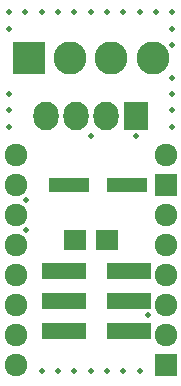
<source format=gts>
G04 #@! TF.FileFunction,Soldermask,Top*
%FSLAX46Y46*%
G04 Gerber Fmt 4.6, Leading zero omitted, Abs format (unit mm)*
G04 Created by KiCad (PCBNEW 4.0.2-stable) date 16.05.2016 20:43:21*
%MOMM*%
G01*
G04 APERTURE LIST*
%ADD10C,0.100000*%
%ADD11C,0.502000*%
%ADD12C,2.800000*%
%ADD13R,2.800000X2.800000*%
%ADD14R,3.498800X1.299160*%
%ADD15R,2.127200X2.432000*%
%ADD16O,2.127200X2.432000*%
%ADD17R,1.900000X1.700000*%
%ADD18R,1.924000X1.924000*%
%ADD19C,1.924000*%
%ADD20R,3.850000X1.420000*%
G04 APERTURE END LIST*
D10*
D11*
X126425000Y-90625000D03*
X122625000Y-90625000D03*
X117150000Y-96100000D03*
X117150000Y-98650000D03*
X127440000Y-105860000D03*
X126740000Y-110560000D03*
X125360000Y-110560000D03*
X123980000Y-110560000D03*
X122600000Y-110560000D03*
X121220000Y-110560000D03*
X119840000Y-110560000D03*
X118460000Y-110560000D03*
X129500000Y-89860000D03*
X129500000Y-88480000D03*
X129500000Y-87100000D03*
X129500000Y-85720000D03*
X129500000Y-82960000D03*
X129500000Y-81580000D03*
X115700000Y-89860000D03*
X115700000Y-88480000D03*
X115700000Y-87100000D03*
X115700000Y-81580000D03*
X129500000Y-80200000D03*
X128120000Y-80200000D03*
X126740000Y-80200000D03*
X125360000Y-80200000D03*
X123980000Y-80200000D03*
X122600000Y-80200000D03*
X121220000Y-80200000D03*
X119840000Y-80200000D03*
X118460000Y-80200000D03*
X117080000Y-80200000D03*
D12*
X120850000Y-84100000D03*
D13*
X117350000Y-84100000D03*
D12*
X124350000Y-84100000D03*
X127850000Y-84100000D03*
D14*
X125651100Y-94800000D03*
X120748900Y-94800000D03*
D15*
X126400000Y-89000000D03*
D16*
X123860000Y-89000000D03*
X121320000Y-89000000D03*
X118780000Y-89000000D03*
D17*
X121250000Y-99500000D03*
X123950000Y-99500000D03*
D18*
X128950000Y-110090000D03*
D19*
X128950000Y-107550000D03*
X128950000Y-105010000D03*
X128950000Y-102470000D03*
X128950000Y-99930000D03*
X128950000Y-97390000D03*
D18*
X128950000Y-94850000D03*
D19*
X128950000Y-92310000D03*
X116250000Y-92310000D03*
X116250000Y-94850000D03*
X116250000Y-97390000D03*
X116250000Y-99930000D03*
X116250000Y-102470000D03*
X116250000Y-105010000D03*
X116250000Y-107550000D03*
X116250000Y-110090000D03*
D20*
X125825000Y-107140000D03*
X120375000Y-107140000D03*
X120375000Y-102060000D03*
X125825000Y-102060000D03*
X120375000Y-104600000D03*
X125825000Y-104600000D03*
D11*
X115700000Y-80200000D03*
M02*

</source>
